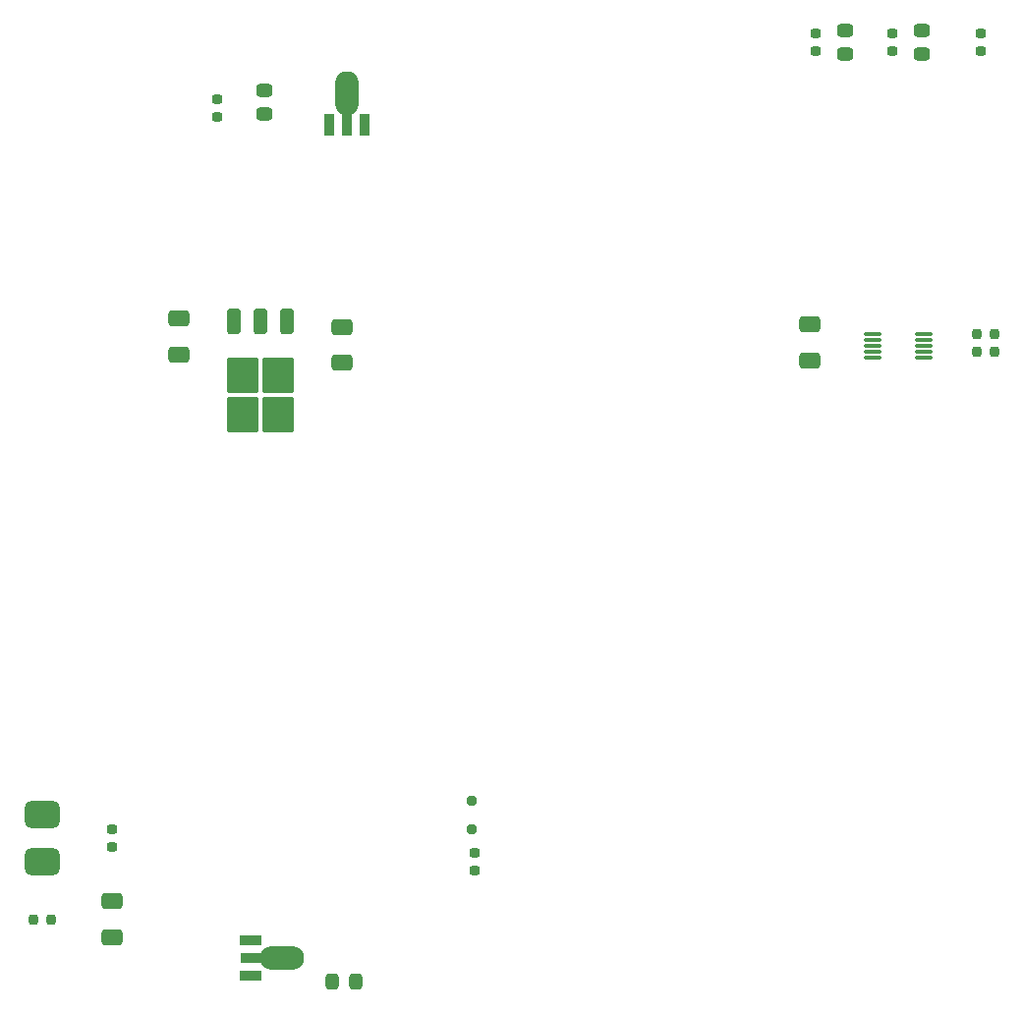
<source format=gtp>
G04 #@! TF.GenerationSoftware,KiCad,Pcbnew,7.0.8*
G04 #@! TF.CreationDate,2024-02-14T15:59:42+09:00*
G04 #@! TF.ProjectId,_______FMver2,2d098bb9-6bc5-46e4-964d-766572322e6b,rev?*
G04 #@! TF.SameCoordinates,Original*
G04 #@! TF.FileFunction,Paste,Top*
G04 #@! TF.FilePolarity,Positive*
%FSLAX46Y46*%
G04 Gerber Fmt 4.6, Leading zero omitted, Abs format (unit mm)*
G04 Created by KiCad (PCBNEW 7.0.8) date 2024-02-14 15:59:42*
%MOMM*%
%LPD*%
G01*
G04 APERTURE LIST*
G04 Aperture macros list*
%AMRoundRect*
0 Rectangle with rounded corners*
0 $1 Rounding radius*
0 $2 $3 $4 $5 $6 $7 $8 $9 X,Y pos of 4 corners*
0 Add a 4 corners polygon primitive as box body*
4,1,4,$2,$3,$4,$5,$6,$7,$8,$9,$2,$3,0*
0 Add four circle primitives for the rounded corners*
1,1,$1+$1,$2,$3*
1,1,$1+$1,$4,$5*
1,1,$1+$1,$6,$7*
1,1,$1+$1,$8,$9*
0 Add four rect primitives between the rounded corners*
20,1,$1+$1,$2,$3,$4,$5,0*
20,1,$1+$1,$4,$5,$6,$7,0*
20,1,$1+$1,$6,$7,$8,$9,0*
20,1,$1+$1,$8,$9,$2,$3,0*%
G04 Aperture macros list end*
%ADD10RoundRect,0.283134X-0.283133X-0.405371X0.283133X-0.405371X0.283133X0.405371X-0.283133X0.405371X0*%
%ADD11O,3.810000X2.032000*%
%ADD12R,2.298700X0.889000*%
%ADD13R,1.841500X0.901700*%
%ADD14R,1.841500X0.825500*%
%ADD15RoundRect,0.250000X-0.650000X0.412500X-0.650000X-0.412500X0.650000X-0.412500X0.650000X0.412500X0*%
%ADD16RoundRect,0.201619X0.201618X0.230384X-0.201618X0.230384X-0.201618X-0.230384X0.201618X-0.230384X0*%
%ADD17RoundRect,0.250000X-0.350000X0.850000X-0.350000X-0.850000X0.350000X-0.850000X0.350000X0.850000X0*%
%ADD18RoundRect,0.250000X-1.125000X1.275000X-1.125000X-1.275000X1.125000X-1.275000X1.125000X1.275000X0*%
%ADD19RoundRect,0.283134X0.405371X-0.283133X0.405371X0.283133X-0.405371X0.283133X-0.405371X-0.283133X0*%
%ADD20RoundRect,0.201619X-0.230384X0.201618X-0.230384X-0.201618X0.230384X-0.201618X0.230384X0.201618X0*%
%ADD21RoundRect,0.250000X0.650000X-0.412500X0.650000X0.412500X-0.650000X0.412500X-0.650000X-0.412500X0*%
%ADD22R,0.825500X1.841500*%
%ADD23R,0.901700X1.841500*%
%ADD24R,0.889000X2.298700*%
%ADD25O,2.032000X3.810000*%
%ADD26RoundRect,0.201619X0.230384X-0.201618X0.230384X0.201618X-0.230384X0.201618X-0.230384X-0.201618X0*%
%ADD27RoundRect,0.075000X0.650000X0.075000X-0.650000X0.075000X-0.650000X-0.075000X0.650000X-0.075000X0*%
%ADD28RoundRect,0.200000X-0.200000X0.200000X-0.200000X-0.200000X0.200000X-0.200000X0.200000X0.200000X0*%
%ADD29RoundRect,0.201619X-0.201618X-0.230384X0.201618X-0.230384X0.201618X0.230384X-0.201618X0.230384X0*%
%ADD30RoundRect,0.589998X0.935005X-0.589997X0.935005X0.589997X-0.935005X0.589997X-0.935005X-0.589997X0*%
G04 APERTURE END LIST*
D10*
X57810000Y-118054000D03*
X59842000Y-118054000D03*
D11*
X53492000Y-116022000D03*
D12*
X51009150Y-116022000D03*
D13*
X50786900Y-117546000D03*
D14*
X50786900Y-114498000D03*
D15*
X38800000Y-111117500D03*
X38800000Y-114242500D03*
D16*
X114884000Y-62216000D03*
X113360000Y-62216000D03*
D17*
X49332554Y-61163429D03*
D18*
X50087554Y-69138429D03*
X53137554Y-69138429D03*
X50087554Y-65788429D03*
X53137554Y-65788429D03*
D17*
X51612554Y-61163429D03*
X53892554Y-61163429D03*
D19*
X102000000Y-36068000D03*
X102000000Y-38100000D03*
D20*
X38800000Y-106442000D03*
X38800000Y-104918000D03*
D21*
X58612554Y-61600929D03*
X58612554Y-64725929D03*
D22*
X57518554Y-44222529D03*
D23*
X60566554Y-44222529D03*
D24*
X59042554Y-44000279D03*
D25*
X59042554Y-41517429D03*
D15*
X98952000Y-64554500D03*
X98952000Y-61429500D03*
D26*
X99460000Y-37846000D03*
X99460000Y-36322000D03*
X47866554Y-43549429D03*
X47866554Y-42025429D03*
D19*
X51930554Y-41263429D03*
X51930554Y-43295429D03*
D21*
X44612554Y-60900929D03*
X44612554Y-64025929D03*
D27*
X104372000Y-64246000D03*
X104372000Y-63746000D03*
X104372000Y-63246000D03*
X104372000Y-62746000D03*
X104372000Y-62246000D03*
X108772000Y-62246000D03*
X108772000Y-62746000D03*
X108772000Y-63246000D03*
X108772000Y-63746000D03*
X108772000Y-64246000D03*
D28*
X69800000Y-102455000D03*
X69800000Y-104905000D03*
D29*
X33562000Y-112680000D03*
X32038000Y-112680000D03*
D16*
X114884000Y-63754000D03*
X113360000Y-63754000D03*
D26*
X106064000Y-37846000D03*
X106064000Y-36322000D03*
D19*
X108604000Y-36068000D03*
X108604000Y-38100000D03*
D20*
X70038000Y-108442000D03*
X70038000Y-106918000D03*
D30*
X32800000Y-107712000D03*
X32800000Y-103648000D03*
D20*
X113684000Y-36322000D03*
X113684000Y-37846000D03*
M02*

</source>
